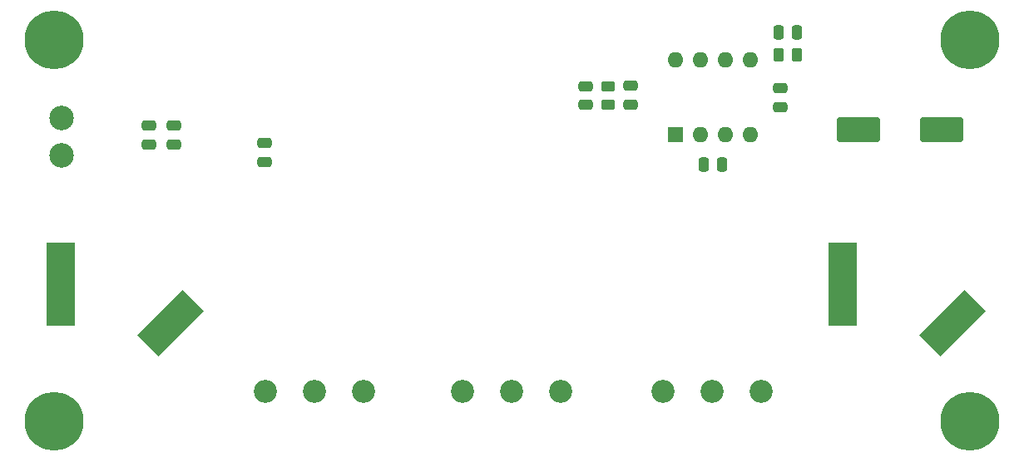
<source format=gbr>
%TF.GenerationSoftware,KiCad,Pcbnew,(6.0.0-0)*%
%TF.CreationDate,2022-11-16T00:40:36-05:00*%
%TF.ProjectId,amplifier,616d706c-6966-4696-9572-2e6b69636164,rev?*%
%TF.SameCoordinates,Original*%
%TF.FileFunction,Soldermask,Top*%
%TF.FilePolarity,Negative*%
%FSLAX46Y46*%
G04 Gerber Fmt 4.6, Leading zero omitted, Abs format (unit mm)*
G04 Created by KiCad (PCBNEW (6.0.0-0)) date 2022-11-16 00:40:36*
%MOMM*%
%LPD*%
G01*
G04 APERTURE LIST*
G04 Aperture macros list*
%AMRoundRect*
0 Rectangle with rounded corners*
0 $1 Rounding radius*
0 $2 $3 $4 $5 $6 $7 $8 $9 X,Y pos of 4 corners*
0 Add a 4 corners polygon primitive as box body*
4,1,4,$2,$3,$4,$5,$6,$7,$8,$9,$2,$3,0*
0 Add four circle primitives for the rounded corners*
1,1,$1+$1,$2,$3*
1,1,$1+$1,$4,$5*
1,1,$1+$1,$6,$7*
1,1,$1+$1,$8,$9*
0 Add four rect primitives between the rounded corners*
20,1,$1+$1,$2,$3,$4,$5,0*
20,1,$1+$1,$4,$5,$6,$7,0*
20,1,$1+$1,$6,$7,$8,$9,0*
20,1,$1+$1,$8,$9,$2,$3,0*%
%AMRotRect*
0 Rectangle, with rotation*
0 The origin of the aperture is its center*
0 $1 length*
0 $2 width*
0 $3 Rotation angle, in degrees counterclockwise*
0 Add horizontal line*
21,1,$1,$2,0,0,$3*%
G04 Aperture macros list end*
%ADD10C,6.000000*%
%ADD11C,0.800000*%
%ADD12R,1.600000X1.600000*%
%ADD13O,1.600000X1.600000*%
%ADD14C,2.340000*%
%ADD15RoundRect,0.250000X0.262500X0.450000X-0.262500X0.450000X-0.262500X-0.450000X0.262500X-0.450000X0*%
%ADD16RoundRect,0.250000X-0.450000X0.262500X-0.450000X-0.262500X0.450000X-0.262500X0.450000X0.262500X0*%
%ADD17R,3.000000X8.500000*%
%ADD18RotRect,3.000000X6.500000X315.000000*%
%ADD19C,2.500000*%
%ADD20RoundRect,0.250000X-1.950000X-1.000000X1.950000X-1.000000X1.950000X1.000000X-1.950000X1.000000X0*%
%ADD21RoundRect,0.250000X0.250000X0.475000X-0.250000X0.475000X-0.250000X-0.475000X0.250000X-0.475000X0*%
%ADD22RoundRect,0.250000X-0.475000X0.250000X-0.475000X-0.250000X0.475000X-0.250000X0.475000X0.250000X0*%
%ADD23RoundRect,0.250000X0.475000X-0.250000X0.475000X0.250000X-0.475000X0.250000X-0.475000X-0.250000X0*%
%ADD24RoundRect,0.250000X-0.250000X-0.475000X0.250000X-0.475000X0.250000X0.475000X-0.250000X0.475000X0*%
G04 APERTURE END LIST*
D10*
%TO.C,H4*%
X165125000Y-121412000D03*
D11*
X167375000Y-121412000D03*
X166715990Y-123002990D03*
X165125000Y-123662000D03*
X163534010Y-123002990D03*
X162875000Y-121412000D03*
X163534010Y-119821010D03*
X165125000Y-119162000D03*
X166715990Y-119821010D03*
%TD*%
D10*
%TO.C,H3*%
X71861000Y-121412000D03*
D11*
X74111000Y-121412000D03*
X73451990Y-123002990D03*
X71861000Y-123662000D03*
X70270010Y-123002990D03*
X69611000Y-121412000D03*
X70270010Y-119821010D03*
X71861000Y-119162000D03*
X73451990Y-119821010D03*
%TD*%
D10*
%TO.C,H2*%
X71861000Y-160274000D03*
D11*
X74111000Y-160274000D03*
X73451990Y-161864990D03*
X71861000Y-162524000D03*
X70270010Y-161864990D03*
X69611000Y-160274000D03*
X70270010Y-158683010D03*
X71861000Y-158024000D03*
X73451990Y-158683010D03*
%TD*%
D10*
%TO.C,H1*%
X165125000Y-160274000D03*
D11*
X167375000Y-160274000D03*
X166715990Y-161864990D03*
X165125000Y-162524000D03*
X163534010Y-161864990D03*
X162875000Y-160274000D03*
X163534010Y-158683010D03*
X165125000Y-158024000D03*
X166715990Y-158683010D03*
%TD*%
D12*
%TO.C,U1*%
X135138000Y-131054000D03*
D13*
X142758000Y-123434000D03*
X137678000Y-131054000D03*
X140218000Y-123434000D03*
X140218000Y-131054000D03*
X137678000Y-123434000D03*
X142758000Y-131054000D03*
X135138000Y-123434000D03*
%TD*%
D14*
%TO.C,RV3*%
X103378000Y-157220000D03*
X98378000Y-157220000D03*
X93378000Y-157220000D03*
%TD*%
%TO.C,RV2*%
X123444000Y-157220000D03*
X118444000Y-157220000D03*
X113444000Y-157220000D03*
%TD*%
%TO.C,RV1*%
X143837000Y-157226000D03*
X138837000Y-157226000D03*
X133837000Y-157226000D03*
%TD*%
D15*
%TO.C,R2*%
X147470500Y-122936000D03*
X145645500Y-122936000D03*
%TD*%
D16*
%TO.C,R1*%
X128270000Y-126153500D03*
X128270000Y-127978500D03*
%TD*%
D17*
%TO.C,J3*%
X152109000Y-146304000D03*
D18*
X163319000Y-150286000D03*
%TD*%
D19*
%TO.C,J2*%
X72623000Y-129352000D03*
X72623000Y-133162000D03*
%TD*%
D17*
%TO.C,J1*%
X72561000Y-146305000D03*
D18*
X83771000Y-150287000D03*
%TD*%
D20*
%TO.C,C9*%
X153788000Y-130556000D03*
X162188000Y-130556000D03*
%TD*%
D21*
%TO.C,C8*%
X147508000Y-120650000D03*
X145608000Y-120650000D03*
%TD*%
D22*
%TO.C,C7*%
X93298000Y-131892000D03*
X93298000Y-133792000D03*
%TD*%
%TO.C,C6*%
X130556000Y-126050000D03*
X130556000Y-127950000D03*
%TD*%
D23*
%TO.C,C5*%
X125984000Y-128016000D03*
X125984000Y-126116000D03*
%TD*%
%TO.C,C4*%
X145796000Y-128204000D03*
X145796000Y-126304000D03*
%TD*%
D24*
%TO.C,C3*%
X137988000Y-134112000D03*
X139888000Y-134112000D03*
%TD*%
D22*
%TO.C,C2*%
X84053000Y-130114000D03*
X84053000Y-132014000D03*
%TD*%
%TO.C,C1*%
X81513000Y-130114000D03*
X81513000Y-132014000D03*
%TD*%
M02*

</source>
